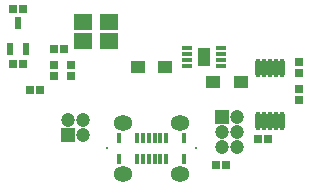
<source format=gbr>
G04 Layer_Color=16711935*
%FSLAX25Y25*%
%MOIN*%
%TF.FileFunction,Soldermask,Bot*%
%TF.Part,Single*%
G01*
G75*
%TA.AperFunction,SMDPad*%
%ADD63R,0.02959X0.02762*%
%TA.AperFunction,SMDPad*%
%ADD70R,0.02762X0.02959*%
%TA.AperFunction,SMDPad*%
%ADD71R,0.04737X0.04068*%
%TA.AperFunction,ViaPad*%
%ADD78R,0.00787X0.00787*%
%TA.AperFunction,ViaPad*%
%ADD79O,0.06306X0.05124*%
%TA.AperFunction,ViaPad*%
%ADD80R,0.04737X0.04737*%
%TA.AperFunction,ViaPad*%
%ADD81C,0.04737*%
%TA.AperFunction,ViaPad*%
%ADD82R,0.04737X0.04737*%
%TA.AperFunction,SMDPad*%
%ADD85R,0.01969X0.03937*%
%TA.AperFunction,SMDPad*%
%ADD86R,0.01581X0.03825*%
%TA.AperFunction,SMDPad*%
%ADD87O,0.01981X0.06115*%
%TA.AperFunction,SMDPad*%
%ADD88R,0.06312X0.05328*%
%TA.AperFunction,SMDPad*%
%ADD89R,0.03937X0.05906*%
%TA.AperFunction,SMDPad*%
%ADD90R,0.03543X0.01378*%
D63*
X439500Y271827D02*
D03*
Y275173D02*
D03*
X439500Y262827D02*
D03*
Y266173D02*
D03*
X358000Y274173D02*
D03*
Y270827D02*
D03*
X363500Y270827D02*
D03*
Y274173D02*
D03*
D70*
X429173Y249500D02*
D03*
X425827D02*
D03*
X361173Y279500D02*
D03*
X357827D02*
D03*
X347673Y293000D02*
D03*
X344327D02*
D03*
X347673Y274500D02*
D03*
X344327D02*
D03*
X350090Y266103D02*
D03*
X353437D02*
D03*
X415173Y241000D02*
D03*
X411827D02*
D03*
D71*
X385854Y273500D02*
D03*
X395146D02*
D03*
X420232Y268771D02*
D03*
X410941D02*
D03*
D78*
X405271Y246500D02*
D03*
X375743D02*
D03*
D79*
X381058Y238035D02*
D03*
X399956D02*
D03*
X381058Y254965D02*
D03*
X399956D02*
D03*
D80*
X362507Y251000D02*
D03*
D81*
Y256000D02*
D03*
X367507Y251000D02*
D03*
Y256000D02*
D03*
X419007Y257000D02*
D03*
X414007Y252000D02*
D03*
X419007D02*
D03*
X414007Y247000D02*
D03*
X419007D02*
D03*
D82*
X414007Y257000D02*
D03*
D85*
X346000Y288429D02*
D03*
X343441Y279571D02*
D03*
X348559D02*
D03*
D86*
X379680Y243095D02*
D03*
Y249906D02*
D03*
X385586Y243095D02*
D03*
X387554D02*
D03*
X389523D02*
D03*
X391491D02*
D03*
X393460D02*
D03*
X395428D02*
D03*
X401334D02*
D03*
X385586Y249906D02*
D03*
X387554D02*
D03*
X389523D02*
D03*
X391491D02*
D03*
X393460D02*
D03*
X395428D02*
D03*
X401334D02*
D03*
D87*
X433937Y255740D02*
D03*
X431968D02*
D03*
X430000D02*
D03*
X428031D02*
D03*
X426063D02*
D03*
X433937Y273260D02*
D03*
X431968D02*
D03*
X430000D02*
D03*
X428031D02*
D03*
X426063D02*
D03*
D88*
X376331Y282350D02*
D03*
X367669Y288650D02*
D03*
Y282350D02*
D03*
X376331Y288650D02*
D03*
D89*
X408000Y277000D02*
D03*
D90*
X413669Y279953D02*
D03*
Y277984D02*
D03*
Y276016D02*
D03*
Y274047D02*
D03*
X402331Y279953D02*
D03*
Y277984D02*
D03*
Y276016D02*
D03*
Y274047D02*
D03*
%TF.MD5,B7F17AB53ED8FEE769653BB6683544AF*%
M02*

</source>
